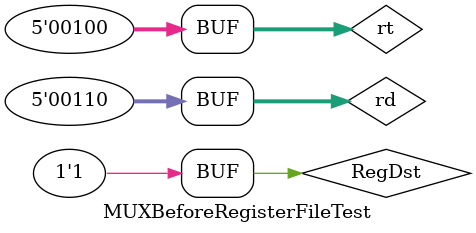
<source format=v>
`timescale 1ns/1ns
`include "MUXBeforeRegisterFile.v"

module MUXBeforeRegisterFileTest();
      reg RegDst;
      reg [20:16] rt;
      reg [15:11] rd;

      wire [4:0] WriteRegister;

      MUXBeforeRegisterFile MUXBeforeRegisterFile_inst(
          .RegDst(RegDst),
          .rt(rt),
          .rd(rd),
          .WriteRegister(WriteRegister)
      );

      initial 
      begin 
            RegDst = 1;
            rt = 4'b0100;
            rd = 4'b0110;
            #20;
      end

      initial begin

        $dumpfile("MUXBeforeRegisterFileTest.vcd");
        $dumpvars(0,MUXBeforeRegisterFileTest);  

      end


endmodule
</source>
